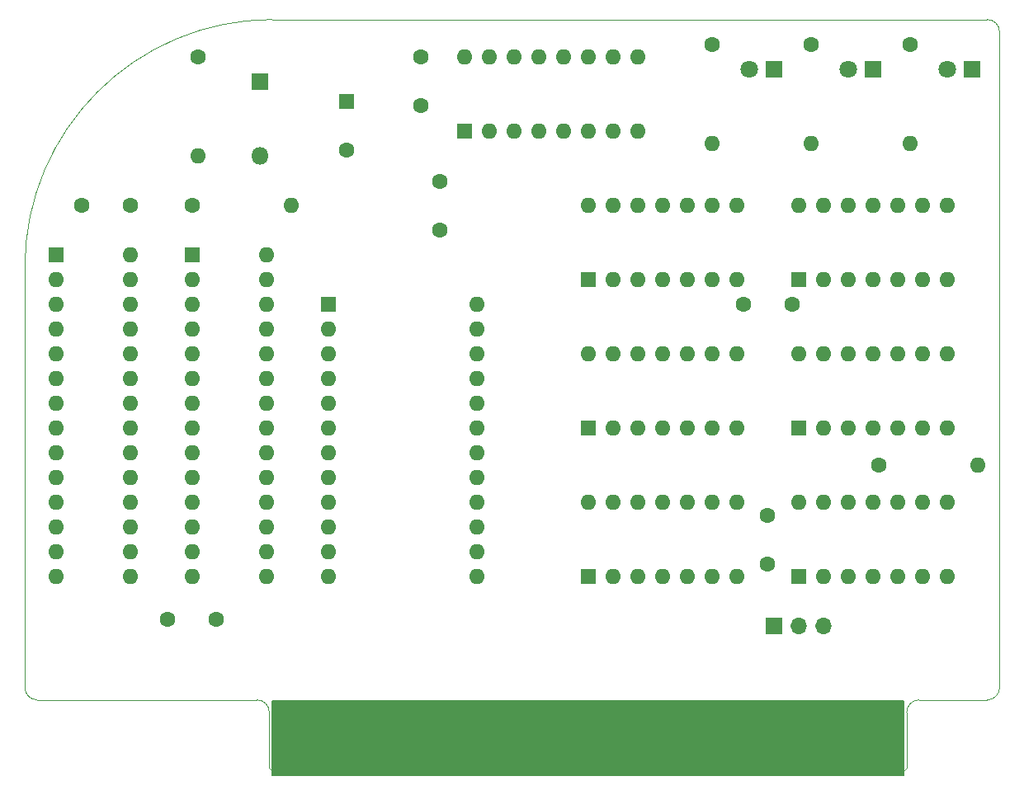
<source format=gbr>
G04 #@! TF.GenerationSoftware,KiCad,Pcbnew,(6.0.8-1)-1*
G04 #@! TF.CreationDate,2022-10-07T21:13:29-07:00*
G04 #@! TF.ProjectId,LanguageCard,4c616e67-7561-4676-9543-6172642e6b69,rev?*
G04 #@! TF.SameCoordinates,Original*
G04 #@! TF.FileFunction,Soldermask,Bot*
G04 #@! TF.FilePolarity,Negative*
%FSLAX46Y46*%
G04 Gerber Fmt 4.6, Leading zero omitted, Abs format (unit mm)*
G04 Created by KiCad (PCBNEW (6.0.8-1)-1) date 2022-10-07 21:13:29*
%MOMM*%
%LPD*%
G01*
G04 APERTURE LIST*
G04 Aperture macros list*
%AMRoundRect*
0 Rectangle with rounded corners*
0 $1 Rounding radius*
0 $2 $3 $4 $5 $6 $7 $8 $9 X,Y pos of 4 corners*
0 Add a 4 corners polygon primitive as box body*
4,1,4,$2,$3,$4,$5,$6,$7,$8,$9,$2,$3,0*
0 Add four circle primitives for the rounded corners*
1,1,$1+$1,$2,$3*
1,1,$1+$1,$4,$5*
1,1,$1+$1,$6,$7*
1,1,$1+$1,$8,$9*
0 Add four rect primitives between the rounded corners*
20,1,$1+$1,$2,$3,$4,$5,0*
20,1,$1+$1,$4,$5,$6,$7,0*
20,1,$1+$1,$6,$7,$8,$9,0*
20,1,$1+$1,$8,$9,$2,$3,0*%
G04 Aperture macros list end*
G04 #@! TA.AperFunction,Profile*
%ADD10C,0.100000*%
G04 #@! TD*
%ADD11C,0.150000*%
%ADD12R,1.600000X1.600000*%
%ADD13O,1.600000X1.600000*%
%ADD14C,1.600000*%
%ADD15R,1.700000X1.700000*%
%ADD16O,1.700000X1.700000*%
%ADD17R,1.800000X1.800000*%
%ADD18O,1.800000X1.800000*%
%ADD19C,1.800000*%
%ADD20RoundRect,0.317500X-0.317500X-3.365500X0.317500X-3.365500X0.317500X3.365500X-0.317500X3.365500X0*%
G04 APERTURE END LIST*
D10*
X78105000Y-93980000D02*
G75*
G03*
X79375000Y-95250000I1270000J0D01*
G01*
X176847500Y-25400000D02*
X103505000Y-25400000D01*
X103187500Y-102235000D02*
X103822500Y-102870000D01*
X169862500Y-95250000D02*
X176847500Y-95250000D01*
X78105000Y-93980000D02*
X78105000Y-50800000D01*
X103187500Y-96520000D02*
G75*
G03*
X101917500Y-95250000I-1270000J0D01*
G01*
X178117500Y-93980000D02*
X178117500Y-26670000D01*
X103187500Y-96520000D02*
X103187500Y-102235000D01*
X79375000Y-95250000D02*
X101917500Y-95250000D01*
X176847500Y-95250000D02*
G75*
G03*
X178117500Y-93980000I0J1270000D01*
G01*
X178117500Y-26670000D02*
G75*
G03*
X176847500Y-25400000I-1270000J0D01*
G01*
X167957500Y-102870000D02*
X103822500Y-102870000D01*
X168592500Y-96520000D02*
X168592500Y-102235000D01*
X169862500Y-95250000D02*
G75*
G03*
X168592500Y-96520000I0J-1270000D01*
G01*
X168592500Y-102235000D02*
X167957500Y-102870000D01*
X103505000Y-25400000D02*
G75*
G03*
X78105000Y-50800000I0J-25400000D01*
G01*
G36*
X168275000Y-102997000D02*
G01*
X103505000Y-102997000D01*
X103505000Y-95377000D01*
X168275000Y-95377000D01*
X168275000Y-102997000D01*
G37*
D11*
X168275000Y-102997000D02*
X103505000Y-102997000D01*
X103505000Y-95377000D01*
X168275000Y-95377000D01*
X168275000Y-102997000D01*
D12*
X95250000Y-49530000D03*
D13*
X95250000Y-52070000D03*
X95250000Y-54610000D03*
X95250000Y-57150000D03*
X95250000Y-59690000D03*
X95250000Y-62230000D03*
X95250000Y-64770000D03*
X95250000Y-67310000D03*
X95250000Y-69850000D03*
X95250000Y-72390000D03*
X95250000Y-74930000D03*
X95250000Y-77470000D03*
X95250000Y-80010000D03*
X95250000Y-82550000D03*
X102870000Y-82550000D03*
X102870000Y-80010000D03*
X102870000Y-77470000D03*
X102870000Y-74930000D03*
X102870000Y-72390000D03*
X102870000Y-69850000D03*
X102870000Y-67310000D03*
X102870000Y-64770000D03*
X102870000Y-62230000D03*
X102870000Y-59690000D03*
X102870000Y-57150000D03*
X102870000Y-54610000D03*
X102870000Y-52070000D03*
X102870000Y-49530000D03*
D14*
X158750000Y-27940000D03*
D13*
X158750000Y-38100000D03*
D15*
X154955000Y-87630000D03*
D16*
X157495000Y-87630000D03*
X160035000Y-87630000D03*
D14*
X168910000Y-27940000D03*
D13*
X168910000Y-38100000D03*
D14*
X165735000Y-71120000D03*
D13*
X175895000Y-71120000D03*
D12*
X135885000Y-67310000D03*
D13*
X138425000Y-67310000D03*
X140965000Y-67310000D03*
X143505000Y-67310000D03*
X146045000Y-67310000D03*
X148585000Y-67310000D03*
X151125000Y-67310000D03*
X151125000Y-59690000D03*
X148585000Y-59690000D03*
X146045000Y-59690000D03*
X143505000Y-59690000D03*
X140965000Y-59690000D03*
X138425000Y-59690000D03*
X135885000Y-59690000D03*
D12*
X135890000Y-52070000D03*
D13*
X138430000Y-52070000D03*
X140970000Y-52070000D03*
X143510000Y-52070000D03*
X146050000Y-52070000D03*
X148590000Y-52070000D03*
X151130000Y-52070000D03*
X151130000Y-44450000D03*
X148590000Y-44450000D03*
X146050000Y-44450000D03*
X143510000Y-44450000D03*
X140970000Y-44450000D03*
X138430000Y-44450000D03*
X135890000Y-44450000D03*
D14*
X148590000Y-27940000D03*
D13*
X148590000Y-38100000D03*
D17*
X102235000Y-31750000D03*
D18*
X102235000Y-39370000D03*
D12*
X157475000Y-52060000D03*
D13*
X160015000Y-52060000D03*
X162555000Y-52060000D03*
X165095000Y-52060000D03*
X167635000Y-52060000D03*
X170175000Y-52060000D03*
X172715000Y-52060000D03*
X172715000Y-44440000D03*
X170175000Y-44440000D03*
X167635000Y-44440000D03*
X165095000Y-44440000D03*
X162555000Y-44440000D03*
X160015000Y-44440000D03*
X157475000Y-44440000D03*
D14*
X95250000Y-44450000D03*
D13*
X105410000Y-44450000D03*
D12*
X111125000Y-33792349D03*
D14*
X111125000Y-38792349D03*
D17*
X175260000Y-30480000D03*
D19*
X172720000Y-30480000D03*
D14*
X120650000Y-46990000D03*
X120650000Y-41990000D03*
X97750000Y-86995000D03*
X92750000Y-86995000D03*
D12*
X157475000Y-82540000D03*
D13*
X160015000Y-82540000D03*
X162555000Y-82540000D03*
X165095000Y-82540000D03*
X167635000Y-82540000D03*
X170175000Y-82540000D03*
X172715000Y-82540000D03*
X172715000Y-74920000D03*
X170175000Y-74920000D03*
X167635000Y-74920000D03*
X165095000Y-74920000D03*
X162555000Y-74920000D03*
X160015000Y-74920000D03*
X157475000Y-74920000D03*
D12*
X81280000Y-49530000D03*
D13*
X81280000Y-52070000D03*
X81280000Y-54610000D03*
X81280000Y-57150000D03*
X81280000Y-59690000D03*
X81280000Y-62230000D03*
X81280000Y-64770000D03*
X81280000Y-67310000D03*
X81280000Y-69850000D03*
X81280000Y-72390000D03*
X81280000Y-74930000D03*
X81280000Y-77470000D03*
X81280000Y-80010000D03*
X81280000Y-82550000D03*
X88900000Y-82550000D03*
X88900000Y-80010000D03*
X88900000Y-77470000D03*
X88900000Y-74930000D03*
X88900000Y-72390000D03*
X88900000Y-69850000D03*
X88900000Y-67310000D03*
X88900000Y-64770000D03*
X88900000Y-62230000D03*
X88900000Y-59690000D03*
X88900000Y-57150000D03*
X88900000Y-54610000D03*
X88900000Y-52070000D03*
X88900000Y-49530000D03*
D14*
X118745000Y-34250000D03*
X118745000Y-29250000D03*
X156845000Y-54610000D03*
X151845000Y-54610000D03*
X95885000Y-29210000D03*
D13*
X95885000Y-39370000D03*
D12*
X157475000Y-67300000D03*
D13*
X160015000Y-67300000D03*
X162555000Y-67300000D03*
X165095000Y-67300000D03*
X167635000Y-67300000D03*
X170175000Y-67300000D03*
X172715000Y-67300000D03*
X172715000Y-59680000D03*
X170175000Y-59680000D03*
X167635000Y-59680000D03*
X165095000Y-59680000D03*
X162555000Y-59680000D03*
X160015000Y-59680000D03*
X157475000Y-59680000D03*
D17*
X165100000Y-30480000D03*
D19*
X162560000Y-30480000D03*
D14*
X154305000Y-81280000D03*
X154305000Y-76280000D03*
D12*
X123205000Y-36820000D03*
D13*
X125745000Y-36820000D03*
X128285000Y-36820000D03*
X130825000Y-36820000D03*
X133365000Y-36820000D03*
X135905000Y-36820000D03*
X138445000Y-36820000D03*
X140985000Y-36820000D03*
X140985000Y-29200000D03*
X138445000Y-29200000D03*
X135905000Y-29200000D03*
X133365000Y-29200000D03*
X130825000Y-29200000D03*
X128285000Y-29200000D03*
X125745000Y-29200000D03*
X123205000Y-29200000D03*
D12*
X109220000Y-54610000D03*
D13*
X109220000Y-57150000D03*
X109220000Y-59690000D03*
X109220000Y-62230000D03*
X109220000Y-64770000D03*
X109220000Y-67310000D03*
X109220000Y-69850000D03*
X109220000Y-72390000D03*
X109220000Y-74930000D03*
X109220000Y-77470000D03*
X109220000Y-80010000D03*
X109220000Y-82550000D03*
X124460000Y-82550000D03*
X124460000Y-80010000D03*
X124460000Y-77470000D03*
X124460000Y-74930000D03*
X124460000Y-72390000D03*
X124460000Y-69850000D03*
X124460000Y-67310000D03*
X124460000Y-64770000D03*
X124460000Y-62230000D03*
X124460000Y-59690000D03*
X124460000Y-57150000D03*
X124460000Y-54610000D03*
D14*
X83900000Y-44450000D03*
X88900000Y-44450000D03*
D20*
X166370000Y-99060000D03*
X163830000Y-99060000D03*
X161290000Y-99060000D03*
X158750000Y-99060000D03*
X156210000Y-99060000D03*
X153670000Y-99060000D03*
X151130000Y-99060000D03*
X148590000Y-99060000D03*
X146050000Y-99060000D03*
X143510000Y-99060000D03*
X140970000Y-99060000D03*
X138430000Y-99060000D03*
X135890000Y-99060000D03*
X133350000Y-99060000D03*
X130810000Y-99060000D03*
X128270000Y-99060000D03*
X125730000Y-99060000D03*
X123190000Y-99060000D03*
X120650000Y-99060000D03*
X118110000Y-99060000D03*
X115570000Y-99060000D03*
X113030000Y-99060000D03*
X110490000Y-99060000D03*
X107950000Y-99060000D03*
X105410000Y-99060000D03*
D17*
X154940000Y-30480000D03*
D19*
X152400000Y-30480000D03*
D12*
X135890000Y-82540000D03*
D13*
X138430000Y-82540000D03*
X140970000Y-82540000D03*
X143510000Y-82540000D03*
X146050000Y-82540000D03*
X148590000Y-82540000D03*
X151130000Y-82540000D03*
X151130000Y-74920000D03*
X148590000Y-74920000D03*
X146050000Y-74920000D03*
X143510000Y-74920000D03*
X140970000Y-74920000D03*
X138430000Y-74920000D03*
X135890000Y-74920000D03*
M02*

</source>
